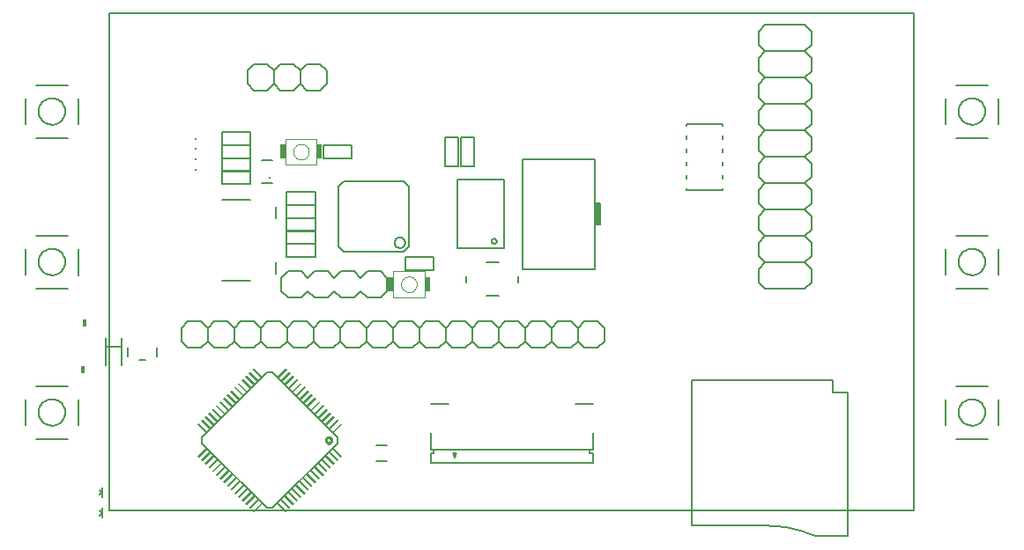
<source format=gto>
G75*
%MOIN*%
%OFA0B0*%
%FSLAX24Y24*%
%IPPOS*%
%LPD*%
%AMOC8*
5,1,8,0,0,1.08239X$1,22.5*
%
%ADD10C,0.0080*%
%ADD11R,0.0180X0.0300*%
%ADD12C,0.0050*%
%ADD13C,0.0100*%
%ADD14R,0.0472X0.0079*%
%ADD15R,0.0079X0.0472*%
%ADD16C,0.0060*%
%ADD17C,0.0039*%
%ADD18R,0.0197X0.0551*%
%ADD19R,0.0098X0.0098*%
%ADD20C,0.0118*%
D10*
X004515Y004569D02*
X004637Y004661D01*
X004637Y004842D01*
X004515Y004747D02*
X004631Y004671D01*
X004637Y004661D02*
X004637Y004480D01*
X004637Y005267D02*
X004637Y005448D01*
X004515Y005356D01*
X004637Y005448D02*
X004637Y005629D01*
X004515Y005534D02*
X004631Y005458D01*
X003331Y007469D02*
X002119Y007469D01*
X001725Y007981D02*
X001725Y008969D01*
X002119Y009469D02*
X003331Y009469D01*
X003725Y008957D02*
X003725Y007981D01*
X002225Y008469D02*
X002227Y008513D01*
X002233Y008557D01*
X002243Y008600D01*
X002256Y008642D01*
X002273Y008683D01*
X002294Y008722D01*
X002318Y008759D01*
X002345Y008794D01*
X002375Y008826D01*
X002408Y008856D01*
X002444Y008882D01*
X002481Y008906D01*
X002521Y008925D01*
X002562Y008942D01*
X002605Y008954D01*
X002648Y008963D01*
X002692Y008968D01*
X002736Y008969D01*
X002780Y008966D01*
X002824Y008959D01*
X002867Y008948D01*
X002909Y008934D01*
X002949Y008916D01*
X002988Y008894D01*
X003024Y008870D01*
X003058Y008842D01*
X003090Y008811D01*
X003119Y008777D01*
X003145Y008741D01*
X003167Y008703D01*
X003186Y008663D01*
X003201Y008621D01*
X003213Y008579D01*
X003221Y008535D01*
X003225Y008491D01*
X003225Y008447D01*
X003221Y008403D01*
X003213Y008359D01*
X003201Y008317D01*
X003186Y008275D01*
X003167Y008235D01*
X003145Y008197D01*
X003119Y008161D01*
X003090Y008127D01*
X003058Y008096D01*
X003024Y008068D01*
X002988Y008044D01*
X002949Y008022D01*
X002909Y008004D01*
X002867Y007990D01*
X002824Y007979D01*
X002780Y007972D01*
X002736Y007969D01*
X002692Y007970D01*
X002648Y007975D01*
X002605Y007984D01*
X002562Y007996D01*
X002521Y008013D01*
X002481Y008032D01*
X002444Y008056D01*
X002408Y008082D01*
X002375Y008112D01*
X002345Y008144D01*
X002318Y008179D01*
X002294Y008216D01*
X002273Y008255D01*
X002256Y008296D01*
X002243Y008338D01*
X002233Y008381D01*
X002227Y008425D01*
X002225Y008469D01*
X004757Y010251D02*
X004757Y010960D01*
X005367Y010960D01*
X005367Y010251D01*
X005585Y010594D02*
X005585Y010932D01*
X005367Y010960D02*
X005367Y011275D01*
X004757Y011275D02*
X004757Y010960D01*
X006039Y010444D02*
X006250Y010444D01*
X006705Y010594D02*
X006705Y010932D01*
X007625Y011169D02*
X007875Y010919D01*
X008375Y010919D01*
X008625Y011169D01*
X008625Y011669D01*
X008375Y011919D01*
X007875Y011919D01*
X007625Y011669D01*
X007625Y011169D01*
X008625Y011169D02*
X008625Y011669D01*
X008875Y011919D01*
X009375Y011919D01*
X009625Y011669D01*
X009625Y011169D01*
X009375Y010919D01*
X008875Y010919D01*
X008625Y011169D01*
X009625Y011169D02*
X009875Y010919D01*
X010375Y010919D01*
X010625Y011169D01*
X010625Y011669D01*
X010375Y011919D01*
X009875Y011919D01*
X009625Y011669D01*
X009625Y011169D01*
X010625Y011169D02*
X010875Y010919D01*
X011375Y010919D01*
X011625Y011169D01*
X011875Y010919D01*
X012375Y010919D01*
X012625Y011169D01*
X012625Y011669D01*
X012375Y011919D01*
X011875Y011919D01*
X011625Y011669D01*
X011625Y011169D01*
X011625Y011669D01*
X011375Y011919D01*
X010875Y011919D01*
X010625Y011669D01*
X010625Y011169D01*
X010856Y009978D02*
X011079Y009978D01*
X013529Y007528D01*
X013529Y007305D01*
X011079Y004856D01*
X010856Y004856D01*
X008406Y007305D01*
X008406Y007528D01*
X010856Y009978D01*
X012625Y011169D02*
X012875Y010919D01*
X013375Y010919D01*
X013625Y011169D01*
X013875Y010919D01*
X014375Y010919D01*
X014625Y011169D01*
X014875Y010919D01*
X015375Y010919D01*
X015625Y011169D01*
X015875Y010919D01*
X016375Y010919D01*
X016625Y011169D01*
X016875Y010919D01*
X017375Y010919D01*
X017625Y011169D01*
X017625Y011669D01*
X017375Y011919D01*
X016875Y011919D01*
X016625Y011669D01*
X016625Y011169D01*
X016625Y011669D01*
X016375Y011919D01*
X015875Y011919D01*
X015625Y011669D01*
X015625Y011169D01*
X015625Y011669D01*
X015375Y011919D01*
X014875Y011919D01*
X014625Y011669D01*
X014625Y011169D01*
X014625Y011669D01*
X014375Y011919D01*
X013875Y011919D01*
X013625Y011669D01*
X013625Y011169D01*
X013625Y011669D01*
X013375Y011919D01*
X012875Y011919D01*
X012625Y011669D01*
X012625Y011169D01*
X012655Y012822D02*
X012405Y013072D01*
X012155Y012822D01*
X011655Y012822D01*
X011405Y013072D01*
X011405Y013572D01*
X011655Y013822D01*
X012155Y013822D01*
X012405Y013572D01*
X012655Y013822D01*
X013155Y013822D01*
X013405Y013572D01*
X013655Y013822D01*
X014155Y013822D01*
X014405Y013572D01*
X014655Y013822D01*
X015155Y013822D01*
X015405Y013572D01*
X015405Y013072D01*
X015155Y012822D01*
X014655Y012822D01*
X014405Y013072D01*
X014155Y012822D01*
X013655Y012822D01*
X013405Y013072D01*
X013155Y012822D01*
X012655Y012822D01*
X011204Y013736D02*
X011204Y014169D01*
X010219Y013460D02*
X009156Y013460D01*
X011204Y015822D02*
X011204Y016255D01*
X010219Y016531D02*
X009156Y016531D01*
X010672Y017171D02*
X011066Y017171D01*
X011066Y018037D02*
X010672Y018037D01*
X010875Y020669D02*
X010375Y020669D01*
X010125Y020919D01*
X010125Y021419D01*
X010375Y021669D01*
X010875Y021669D01*
X011125Y021419D01*
X011125Y020919D01*
X011375Y020669D01*
X011875Y020669D01*
X012125Y020919D01*
X012125Y021419D01*
X011875Y021669D01*
X011375Y021669D01*
X011125Y021419D01*
X011125Y020919D01*
X010875Y020669D01*
X012125Y020919D02*
X012125Y021419D01*
X012375Y021669D01*
X012875Y021669D01*
X013125Y021419D01*
X013125Y020919D01*
X012875Y020669D01*
X012375Y020669D01*
X012125Y020919D01*
X018054Y017279D02*
X019826Y017279D01*
X019826Y014681D01*
X018054Y014681D01*
X018054Y017279D01*
X020515Y018055D02*
X023271Y018055D01*
X023271Y016374D01*
X023468Y016374D01*
X023468Y015586D01*
X023271Y015586D01*
X023271Y013905D01*
X020515Y013905D01*
X020515Y018055D01*
X023271Y016374D02*
X023271Y015586D01*
X020367Y013637D02*
X020367Y013401D01*
X019619Y012889D02*
X019147Y012889D01*
X018399Y013401D02*
X018399Y013637D01*
X019147Y014149D02*
X019619Y014149D01*
X019354Y014956D02*
X019356Y014975D01*
X019361Y014994D01*
X019371Y015010D01*
X019383Y015025D01*
X019398Y015037D01*
X019414Y015047D01*
X019433Y015052D01*
X019452Y015054D01*
X019471Y015052D01*
X019490Y015047D01*
X019506Y015037D01*
X019521Y015025D01*
X019533Y015010D01*
X019543Y014994D01*
X019548Y014975D01*
X019550Y014956D01*
X019548Y014937D01*
X019543Y014918D01*
X019533Y014902D01*
X019521Y014887D01*
X019506Y014875D01*
X019490Y014865D01*
X019471Y014860D01*
X019452Y014858D01*
X019433Y014860D01*
X019414Y014865D01*
X019398Y014875D01*
X019383Y014887D01*
X019371Y014902D01*
X019361Y014918D01*
X019356Y014937D01*
X019354Y014956D01*
X019375Y011919D02*
X018875Y011919D01*
X018625Y011669D01*
X018625Y011169D01*
X018875Y010919D01*
X019375Y010919D01*
X019625Y011169D01*
X019875Y010919D01*
X020375Y010919D01*
X020625Y011169D01*
X020625Y011669D01*
X020375Y011919D01*
X019875Y011919D01*
X019625Y011669D01*
X019625Y011169D01*
X019625Y011669D01*
X019375Y011919D01*
X018625Y011669D02*
X018625Y011169D01*
X018375Y010919D01*
X017875Y010919D01*
X017625Y011169D01*
X017625Y011669D01*
X017875Y011919D01*
X018375Y011919D01*
X018625Y011669D01*
X020625Y011669D02*
X020625Y011169D01*
X020875Y010919D01*
X021375Y010919D01*
X021625Y011169D01*
X021875Y010919D01*
X022375Y010919D01*
X022625Y011169D01*
X022625Y011669D01*
X022375Y011919D01*
X021875Y011919D01*
X021625Y011669D01*
X021625Y011169D01*
X021625Y011669D01*
X021375Y011919D01*
X020875Y011919D01*
X020625Y011669D01*
X022625Y011669D02*
X022625Y011169D01*
X022875Y010919D01*
X023375Y010919D01*
X023625Y011169D01*
X023625Y011669D01*
X023375Y011919D01*
X022875Y011919D01*
X022625Y011669D01*
X022527Y008778D02*
X023196Y008778D01*
X023196Y007703D02*
X023196Y007046D01*
X023078Y007046D01*
X017172Y007046D01*
X017172Y006928D01*
X017054Y006928D01*
X017054Y006573D01*
X023196Y006573D01*
X023196Y006928D01*
X023078Y006928D01*
X023078Y007046D01*
X018038Y006928D02*
X017881Y006928D01*
X017960Y006770D01*
X018038Y006928D01*
X018033Y006916D02*
X017887Y006916D01*
X017926Y006838D02*
X017993Y006838D01*
X017172Y007046D02*
X017054Y007046D01*
X017054Y007703D01*
X017054Y008778D02*
X017723Y008778D01*
X015397Y007220D02*
X015003Y007220D01*
X015003Y006629D02*
X015397Y006629D01*
X003725Y013669D02*
X003725Y014657D01*
X003331Y015169D02*
X002119Y015169D01*
X001725Y014657D02*
X001725Y013681D01*
X002119Y013169D02*
X003331Y013169D01*
X002225Y014169D02*
X002227Y014213D01*
X002233Y014257D01*
X002243Y014300D01*
X002256Y014342D01*
X002273Y014383D01*
X002294Y014422D01*
X002318Y014459D01*
X002345Y014494D01*
X002375Y014526D01*
X002408Y014556D01*
X002444Y014582D01*
X002481Y014606D01*
X002521Y014625D01*
X002562Y014642D01*
X002605Y014654D01*
X002648Y014663D01*
X002692Y014668D01*
X002736Y014669D01*
X002780Y014666D01*
X002824Y014659D01*
X002867Y014648D01*
X002909Y014634D01*
X002949Y014616D01*
X002988Y014594D01*
X003024Y014570D01*
X003058Y014542D01*
X003090Y014511D01*
X003119Y014477D01*
X003145Y014441D01*
X003167Y014403D01*
X003186Y014363D01*
X003201Y014321D01*
X003213Y014279D01*
X003221Y014235D01*
X003225Y014191D01*
X003225Y014147D01*
X003221Y014103D01*
X003213Y014059D01*
X003201Y014017D01*
X003186Y013975D01*
X003167Y013935D01*
X003145Y013897D01*
X003119Y013861D01*
X003090Y013827D01*
X003058Y013796D01*
X003024Y013768D01*
X002988Y013744D01*
X002949Y013722D01*
X002909Y013704D01*
X002867Y013690D01*
X002824Y013679D01*
X002780Y013672D01*
X002736Y013669D01*
X002692Y013670D01*
X002648Y013675D01*
X002605Y013684D01*
X002562Y013696D01*
X002521Y013713D01*
X002481Y013732D01*
X002444Y013756D01*
X002408Y013782D01*
X002375Y013812D01*
X002345Y013844D01*
X002318Y013879D01*
X002294Y013916D01*
X002273Y013955D01*
X002256Y013996D01*
X002243Y014038D01*
X002233Y014081D01*
X002227Y014125D01*
X002225Y014169D01*
X002119Y018869D02*
X003331Y018869D01*
X003725Y019381D02*
X003725Y020357D01*
X003331Y020869D02*
X002119Y020869D01*
X001725Y020369D02*
X001725Y019381D01*
X002225Y019869D02*
X002227Y019913D01*
X002233Y019957D01*
X002243Y020000D01*
X002256Y020042D01*
X002273Y020083D01*
X002294Y020122D01*
X002318Y020159D01*
X002345Y020194D01*
X002375Y020226D01*
X002408Y020256D01*
X002444Y020282D01*
X002481Y020306D01*
X002521Y020325D01*
X002562Y020342D01*
X002605Y020354D01*
X002648Y020363D01*
X002692Y020368D01*
X002736Y020369D01*
X002780Y020366D01*
X002824Y020359D01*
X002867Y020348D01*
X002909Y020334D01*
X002949Y020316D01*
X002988Y020294D01*
X003024Y020270D01*
X003058Y020242D01*
X003090Y020211D01*
X003119Y020177D01*
X003145Y020141D01*
X003167Y020103D01*
X003186Y020063D01*
X003201Y020021D01*
X003213Y019979D01*
X003221Y019935D01*
X003225Y019891D01*
X003225Y019847D01*
X003221Y019803D01*
X003213Y019759D01*
X003201Y019717D01*
X003186Y019675D01*
X003167Y019635D01*
X003145Y019597D01*
X003119Y019561D01*
X003090Y019527D01*
X003058Y019496D01*
X003024Y019468D01*
X002988Y019444D01*
X002949Y019422D01*
X002909Y019404D01*
X002867Y019390D01*
X002824Y019379D01*
X002780Y019372D01*
X002736Y019369D01*
X002692Y019370D01*
X002648Y019375D01*
X002605Y019384D01*
X002562Y019396D01*
X002521Y019413D01*
X002481Y019432D01*
X002444Y019456D01*
X002408Y019482D01*
X002375Y019512D01*
X002345Y019544D01*
X002318Y019579D01*
X002294Y019616D01*
X002273Y019655D01*
X002256Y019696D01*
X002243Y019738D01*
X002233Y019781D01*
X002227Y019825D01*
X002225Y019869D01*
X026730Y019395D02*
X026730Y019335D01*
X026730Y019395D02*
X028080Y019395D01*
X028080Y019335D01*
X028080Y018955D02*
X028080Y018835D01*
X028080Y018455D02*
X028080Y018335D01*
X028080Y017955D02*
X028080Y017835D01*
X028080Y017455D02*
X028080Y017335D01*
X028080Y016955D02*
X028080Y016895D01*
X026730Y016895D01*
X026730Y016955D01*
X026730Y017335D02*
X026730Y017455D01*
X026730Y017835D02*
X026730Y017955D01*
X026730Y018335D02*
X026730Y018455D01*
X026730Y018835D02*
X026730Y018955D01*
X036525Y019381D02*
X036525Y020369D01*
X036919Y020869D02*
X038131Y020869D01*
X038525Y020357D02*
X038525Y019381D01*
X038131Y018869D02*
X036919Y018869D01*
X037025Y019869D02*
X037027Y019913D01*
X037033Y019957D01*
X037043Y020000D01*
X037056Y020042D01*
X037073Y020083D01*
X037094Y020122D01*
X037118Y020159D01*
X037145Y020194D01*
X037175Y020226D01*
X037208Y020256D01*
X037244Y020282D01*
X037281Y020306D01*
X037321Y020325D01*
X037362Y020342D01*
X037405Y020354D01*
X037448Y020363D01*
X037492Y020368D01*
X037536Y020369D01*
X037580Y020366D01*
X037624Y020359D01*
X037667Y020348D01*
X037709Y020334D01*
X037749Y020316D01*
X037788Y020294D01*
X037824Y020270D01*
X037858Y020242D01*
X037890Y020211D01*
X037919Y020177D01*
X037945Y020141D01*
X037967Y020103D01*
X037986Y020063D01*
X038001Y020021D01*
X038013Y019979D01*
X038021Y019935D01*
X038025Y019891D01*
X038025Y019847D01*
X038021Y019803D01*
X038013Y019759D01*
X038001Y019717D01*
X037986Y019675D01*
X037967Y019635D01*
X037945Y019597D01*
X037919Y019561D01*
X037890Y019527D01*
X037858Y019496D01*
X037824Y019468D01*
X037788Y019444D01*
X037749Y019422D01*
X037709Y019404D01*
X037667Y019390D01*
X037624Y019379D01*
X037580Y019372D01*
X037536Y019369D01*
X037492Y019370D01*
X037448Y019375D01*
X037405Y019384D01*
X037362Y019396D01*
X037321Y019413D01*
X037281Y019432D01*
X037244Y019456D01*
X037208Y019482D01*
X037175Y019512D01*
X037145Y019544D01*
X037118Y019579D01*
X037094Y019616D01*
X037073Y019655D01*
X037056Y019696D01*
X037043Y019738D01*
X037033Y019781D01*
X037027Y019825D01*
X037025Y019869D01*
X036919Y015169D02*
X038131Y015169D01*
X038525Y014657D02*
X038525Y013681D01*
X038131Y013169D02*
X036919Y013169D01*
X036525Y013681D02*
X036525Y014669D01*
X037025Y014169D02*
X037027Y014213D01*
X037033Y014257D01*
X037043Y014300D01*
X037056Y014342D01*
X037073Y014383D01*
X037094Y014422D01*
X037118Y014459D01*
X037145Y014494D01*
X037175Y014526D01*
X037208Y014556D01*
X037244Y014582D01*
X037281Y014606D01*
X037321Y014625D01*
X037362Y014642D01*
X037405Y014654D01*
X037448Y014663D01*
X037492Y014668D01*
X037536Y014669D01*
X037580Y014666D01*
X037624Y014659D01*
X037667Y014648D01*
X037709Y014634D01*
X037749Y014616D01*
X037788Y014594D01*
X037824Y014570D01*
X037858Y014542D01*
X037890Y014511D01*
X037919Y014477D01*
X037945Y014441D01*
X037967Y014403D01*
X037986Y014363D01*
X038001Y014321D01*
X038013Y014279D01*
X038021Y014235D01*
X038025Y014191D01*
X038025Y014147D01*
X038021Y014103D01*
X038013Y014059D01*
X038001Y014017D01*
X037986Y013975D01*
X037967Y013935D01*
X037945Y013897D01*
X037919Y013861D01*
X037890Y013827D01*
X037858Y013796D01*
X037824Y013768D01*
X037788Y013744D01*
X037749Y013722D01*
X037709Y013704D01*
X037667Y013690D01*
X037624Y013679D01*
X037580Y013672D01*
X037536Y013669D01*
X037492Y013670D01*
X037448Y013675D01*
X037405Y013684D01*
X037362Y013696D01*
X037321Y013713D01*
X037281Y013732D01*
X037244Y013756D01*
X037208Y013782D01*
X037175Y013812D01*
X037145Y013844D01*
X037118Y013879D01*
X037094Y013916D01*
X037073Y013955D01*
X037056Y013996D01*
X037043Y014038D01*
X037033Y014081D01*
X037027Y014125D01*
X037025Y014169D01*
X036919Y009469D02*
X038131Y009469D01*
X038525Y008957D02*
X038525Y007981D01*
X038131Y007469D02*
X036919Y007469D01*
X036525Y007981D02*
X036525Y008969D01*
X037025Y008469D02*
X037027Y008513D01*
X037033Y008557D01*
X037043Y008600D01*
X037056Y008642D01*
X037073Y008683D01*
X037094Y008722D01*
X037118Y008759D01*
X037145Y008794D01*
X037175Y008826D01*
X037208Y008856D01*
X037244Y008882D01*
X037281Y008906D01*
X037321Y008925D01*
X037362Y008942D01*
X037405Y008954D01*
X037448Y008963D01*
X037492Y008968D01*
X037536Y008969D01*
X037580Y008966D01*
X037624Y008959D01*
X037667Y008948D01*
X037709Y008934D01*
X037749Y008916D01*
X037788Y008894D01*
X037824Y008870D01*
X037858Y008842D01*
X037890Y008811D01*
X037919Y008777D01*
X037945Y008741D01*
X037967Y008703D01*
X037986Y008663D01*
X038001Y008621D01*
X038013Y008579D01*
X038021Y008535D01*
X038025Y008491D01*
X038025Y008447D01*
X038021Y008403D01*
X038013Y008359D01*
X038001Y008317D01*
X037986Y008275D01*
X037967Y008235D01*
X037945Y008197D01*
X037919Y008161D01*
X037890Y008127D01*
X037858Y008096D01*
X037824Y008068D01*
X037788Y008044D01*
X037749Y008022D01*
X037709Y008004D01*
X037667Y007990D01*
X037624Y007979D01*
X037580Y007972D01*
X037536Y007969D01*
X037492Y007970D01*
X037448Y007975D01*
X037405Y007984D01*
X037362Y007996D01*
X037321Y008013D01*
X037281Y008032D01*
X037244Y008056D01*
X037208Y008082D01*
X037175Y008112D01*
X037145Y008144D01*
X037118Y008179D01*
X037094Y008216D01*
X037073Y008255D01*
X037056Y008296D01*
X037043Y008338D01*
X037033Y008381D01*
X037027Y008425D01*
X037025Y008469D01*
D11*
X003979Y011846D03*
X003881Y010074D03*
D12*
X004908Y004759D02*
X004908Y023578D01*
X035342Y023578D01*
X035342Y004759D01*
X004908Y004759D01*
X016088Y013860D02*
X016088Y014360D01*
X017166Y014360D01*
X017166Y013860D01*
X016088Y013860D01*
X012688Y014352D02*
X011609Y014352D01*
X011609Y014852D01*
X012688Y014852D01*
X012688Y014352D01*
X012688Y014844D02*
X011609Y014844D01*
X011609Y015344D01*
X012688Y015344D01*
X012688Y014844D01*
X012688Y015336D02*
X011609Y015336D01*
X011609Y015836D01*
X012688Y015836D01*
X012688Y015336D01*
X012688Y015828D02*
X011609Y015828D01*
X011609Y016328D01*
X012688Y016328D01*
X012688Y015828D01*
X012688Y016320D02*
X011609Y016320D01*
X011609Y016820D01*
X012688Y016820D01*
X012688Y016320D01*
X010227Y017108D02*
X009149Y017108D01*
X009149Y017608D01*
X010227Y017608D01*
X010227Y017108D01*
X010227Y017600D02*
X009149Y017600D01*
X009149Y018100D01*
X010227Y018100D01*
X010227Y017600D01*
X010227Y018092D02*
X009149Y018092D01*
X009149Y018592D01*
X010227Y018592D01*
X010227Y018092D01*
X010227Y018584D02*
X009149Y018584D01*
X009149Y019084D01*
X010227Y019084D01*
X010227Y018584D01*
X012987Y018592D02*
X012987Y018092D01*
X014066Y018092D01*
X014066Y018592D01*
X012987Y018592D01*
X017607Y018881D02*
X017607Y017803D01*
X018107Y017803D01*
X018107Y018881D01*
X017607Y018881D01*
X018198Y018881D02*
X018198Y017803D01*
X018698Y017803D01*
X018698Y018881D01*
X018198Y018881D01*
X023293Y016380D02*
X023293Y015580D01*
X023443Y015580D01*
X023443Y016380D01*
X023293Y016380D01*
X023293Y016342D02*
X023443Y016342D01*
X023443Y016294D02*
X023293Y016294D01*
X023293Y016245D02*
X023443Y016245D01*
X023443Y016197D02*
X023293Y016197D01*
X023293Y016148D02*
X023443Y016148D01*
X023443Y016100D02*
X023293Y016100D01*
X023293Y016051D02*
X023443Y016051D01*
X023443Y016003D02*
X023293Y016003D01*
X023293Y015954D02*
X023443Y015954D01*
X023443Y015906D02*
X023293Y015906D01*
X023293Y015857D02*
X023443Y015857D01*
X023443Y015809D02*
X023293Y015809D01*
X023293Y015760D02*
X023443Y015760D01*
X023443Y015712D02*
X023293Y015712D01*
X023293Y015663D02*
X023443Y015663D01*
X023443Y015615D02*
X023293Y015615D01*
X026925Y009678D02*
X032275Y009678D01*
X032275Y009228D01*
X032825Y009228D01*
X032825Y003778D01*
X031829Y003778D01*
X031828Y003778D02*
X031771Y003779D01*
X031713Y003784D01*
X031656Y003791D01*
X031600Y003802D01*
X031544Y003815D01*
X031489Y003831D01*
X031434Y003850D01*
X029655Y004178D02*
X026925Y004178D01*
X026925Y009678D01*
X029655Y004178D02*
X029795Y004176D01*
X029935Y004170D01*
X030074Y004160D01*
X030214Y004147D01*
X030353Y004129D01*
X030491Y004108D01*
X030629Y004082D01*
X030766Y004053D01*
X030902Y004020D01*
X031037Y003983D01*
X031171Y003943D01*
X031303Y003898D01*
X031435Y003850D01*
D13*
X013084Y007417D02*
X013086Y007437D01*
X013091Y007457D01*
X013101Y007475D01*
X013113Y007492D01*
X013128Y007506D01*
X013146Y007516D01*
X013165Y007524D01*
X013185Y007528D01*
X013205Y007528D01*
X013225Y007524D01*
X013244Y007516D01*
X013262Y007506D01*
X013277Y007492D01*
X013289Y007475D01*
X013299Y007457D01*
X013304Y007437D01*
X013306Y007417D01*
X013304Y007397D01*
X013299Y007377D01*
X013289Y007359D01*
X013277Y007342D01*
X013262Y007328D01*
X013244Y007318D01*
X013225Y007310D01*
X013205Y007306D01*
X013185Y007306D01*
X013165Y007310D01*
X013146Y007318D01*
X013128Y007328D01*
X013113Y007342D01*
X013101Y007359D01*
X013091Y007377D01*
X013086Y007397D01*
X013084Y007417D01*
D14*
G36*
X013321Y007737D02*
X013654Y008070D01*
X013709Y008015D01*
X013376Y007682D01*
X013321Y007737D01*
G37*
G36*
X013182Y007876D02*
X013515Y008209D01*
X013570Y008154D01*
X013237Y007821D01*
X013182Y007876D01*
G37*
G36*
X013042Y008016D02*
X013375Y008349D01*
X013430Y008294D01*
X013097Y007961D01*
X013042Y008016D01*
G37*
G36*
X012903Y008155D02*
X013236Y008488D01*
X013291Y008433D01*
X012958Y008100D01*
X012903Y008155D01*
G37*
G36*
X012764Y008294D02*
X013097Y008627D01*
X013152Y008572D01*
X012819Y008239D01*
X012764Y008294D01*
G37*
G36*
X012625Y008433D02*
X012958Y008766D01*
X013013Y008711D01*
X012680Y008378D01*
X012625Y008433D01*
G37*
G36*
X012486Y008572D02*
X012819Y008905D01*
X012874Y008850D01*
X012541Y008517D01*
X012486Y008572D01*
G37*
G36*
X012346Y008712D02*
X012679Y009045D01*
X012734Y008990D01*
X012401Y008657D01*
X012346Y008712D01*
G37*
G36*
X012207Y008851D02*
X012540Y009184D01*
X012595Y009129D01*
X012262Y008796D01*
X012207Y008851D01*
G37*
G36*
X012068Y008990D02*
X012401Y009323D01*
X012456Y009268D01*
X012123Y008935D01*
X012068Y008990D01*
G37*
G36*
X011929Y009129D02*
X012262Y009462D01*
X012317Y009407D01*
X011984Y009074D01*
X011929Y009129D01*
G37*
G36*
X011790Y009268D02*
X012123Y009601D01*
X012178Y009546D01*
X011845Y009213D01*
X011790Y009268D01*
G37*
G36*
X011650Y009407D02*
X011983Y009740D01*
X012038Y009685D01*
X011705Y009352D01*
X011650Y009407D01*
G37*
G36*
X011511Y009547D02*
X011844Y009880D01*
X011899Y009825D01*
X011566Y009492D01*
X011511Y009547D01*
G37*
G36*
X011372Y009686D02*
X011705Y010019D01*
X011760Y009964D01*
X011427Y009631D01*
X011372Y009686D01*
G37*
G36*
X011233Y009825D02*
X011566Y010158D01*
X011621Y010103D01*
X011288Y009770D01*
X011233Y009825D01*
G37*
G36*
X008226Y006818D02*
X008559Y007151D01*
X008614Y007096D01*
X008281Y006763D01*
X008226Y006818D01*
G37*
G36*
X008365Y006679D02*
X008698Y007012D01*
X008753Y006957D01*
X008420Y006624D01*
X008365Y006679D01*
G37*
G36*
X008505Y006540D02*
X008838Y006873D01*
X008893Y006818D01*
X008560Y006485D01*
X008505Y006540D01*
G37*
G36*
X008644Y006401D02*
X008977Y006734D01*
X009032Y006679D01*
X008699Y006346D01*
X008644Y006401D01*
G37*
G36*
X008783Y006262D02*
X009116Y006595D01*
X009171Y006540D01*
X008838Y006207D01*
X008783Y006262D01*
G37*
G36*
X008922Y006123D02*
X009255Y006456D01*
X009310Y006401D01*
X008977Y006068D01*
X008922Y006123D01*
G37*
G36*
X009061Y005983D02*
X009394Y006316D01*
X009449Y006261D01*
X009116Y005928D01*
X009061Y005983D01*
G37*
G36*
X009201Y005844D02*
X009534Y006177D01*
X009589Y006122D01*
X009256Y005789D01*
X009201Y005844D01*
G37*
G36*
X009340Y005705D02*
X009673Y006038D01*
X009728Y005983D01*
X009395Y005650D01*
X009340Y005705D01*
G37*
G36*
X009479Y005566D02*
X009812Y005899D01*
X009867Y005844D01*
X009534Y005511D01*
X009479Y005566D01*
G37*
G36*
X009618Y005427D02*
X009951Y005760D01*
X010006Y005705D01*
X009673Y005372D01*
X009618Y005427D01*
G37*
G36*
X009757Y005287D02*
X010090Y005620D01*
X010145Y005565D01*
X009812Y005232D01*
X009757Y005287D01*
G37*
G36*
X009897Y005148D02*
X010230Y005481D01*
X010285Y005426D01*
X009952Y005093D01*
X009897Y005148D01*
G37*
G36*
X010036Y005009D02*
X010369Y005342D01*
X010424Y005287D01*
X010091Y004954D01*
X010036Y005009D01*
G37*
G36*
X010175Y004870D02*
X010508Y005203D01*
X010563Y005148D01*
X010230Y004815D01*
X010175Y004870D01*
G37*
G36*
X010314Y004731D02*
X010647Y005064D01*
X010702Y005009D01*
X010369Y004676D01*
X010314Y004731D01*
G37*
D15*
G36*
X011233Y005009D02*
X011288Y005064D01*
X011621Y004731D01*
X011566Y004676D01*
X011233Y005009D01*
G37*
G36*
X011372Y005148D02*
X011427Y005203D01*
X011760Y004870D01*
X011705Y004815D01*
X011372Y005148D01*
G37*
G36*
X011511Y005287D02*
X011566Y005342D01*
X011899Y005009D01*
X011844Y004954D01*
X011511Y005287D01*
G37*
G36*
X011650Y005426D02*
X011705Y005481D01*
X012038Y005148D01*
X011983Y005093D01*
X011650Y005426D01*
G37*
G36*
X011790Y005565D02*
X011845Y005620D01*
X012178Y005287D01*
X012123Y005232D01*
X011790Y005565D01*
G37*
G36*
X011929Y005705D02*
X011984Y005760D01*
X012317Y005427D01*
X012262Y005372D01*
X011929Y005705D01*
G37*
G36*
X012068Y005844D02*
X012123Y005899D01*
X012456Y005566D01*
X012401Y005511D01*
X012068Y005844D01*
G37*
G36*
X012207Y005983D02*
X012262Y006038D01*
X012595Y005705D01*
X012540Y005650D01*
X012207Y005983D01*
G37*
G36*
X012346Y006122D02*
X012401Y006177D01*
X012734Y005844D01*
X012679Y005789D01*
X012346Y006122D01*
G37*
G36*
X012486Y006261D02*
X012541Y006316D01*
X012874Y005983D01*
X012819Y005928D01*
X012486Y006261D01*
G37*
G36*
X012625Y006401D02*
X012680Y006456D01*
X013013Y006123D01*
X012958Y006068D01*
X012625Y006401D01*
G37*
G36*
X012764Y006540D02*
X012819Y006595D01*
X013152Y006262D01*
X013097Y006207D01*
X012764Y006540D01*
G37*
G36*
X012903Y006679D02*
X012958Y006734D01*
X013291Y006401D01*
X013236Y006346D01*
X012903Y006679D01*
G37*
G36*
X013042Y006818D02*
X013097Y006873D01*
X013430Y006540D01*
X013375Y006485D01*
X013042Y006818D01*
G37*
G36*
X013182Y006957D02*
X013237Y007012D01*
X013570Y006679D01*
X013515Y006624D01*
X013182Y006957D01*
G37*
G36*
X013321Y007096D02*
X013376Y007151D01*
X013709Y006818D01*
X013654Y006763D01*
X013321Y007096D01*
G37*
G36*
X009757Y009546D02*
X009812Y009601D01*
X010145Y009268D01*
X010090Y009213D01*
X009757Y009546D01*
G37*
G36*
X009618Y009407D02*
X009673Y009462D01*
X010006Y009129D01*
X009951Y009074D01*
X009618Y009407D01*
G37*
G36*
X009479Y009268D02*
X009534Y009323D01*
X009867Y008990D01*
X009812Y008935D01*
X009479Y009268D01*
G37*
G36*
X009340Y009129D02*
X009395Y009184D01*
X009728Y008851D01*
X009673Y008796D01*
X009340Y009129D01*
G37*
G36*
X009201Y008990D02*
X009256Y009045D01*
X009589Y008712D01*
X009534Y008657D01*
X009201Y008990D01*
G37*
G36*
X009061Y008850D02*
X009116Y008905D01*
X009449Y008572D01*
X009394Y008517D01*
X009061Y008850D01*
G37*
G36*
X008922Y008711D02*
X008977Y008766D01*
X009310Y008433D01*
X009255Y008378D01*
X008922Y008711D01*
G37*
G36*
X008783Y008572D02*
X008838Y008627D01*
X009171Y008294D01*
X009116Y008239D01*
X008783Y008572D01*
G37*
G36*
X008644Y008433D02*
X008699Y008488D01*
X009032Y008155D01*
X008977Y008100D01*
X008644Y008433D01*
G37*
G36*
X008505Y008294D02*
X008560Y008349D01*
X008893Y008016D01*
X008838Y007961D01*
X008505Y008294D01*
G37*
G36*
X008365Y008154D02*
X008420Y008209D01*
X008753Y007876D01*
X008698Y007821D01*
X008365Y008154D01*
G37*
G36*
X008226Y008015D02*
X008281Y008070D01*
X008614Y007737D01*
X008559Y007682D01*
X008226Y008015D01*
G37*
G36*
X009897Y009685D02*
X009952Y009740D01*
X010285Y009407D01*
X010230Y009352D01*
X009897Y009685D01*
G37*
G36*
X010036Y009825D02*
X010091Y009880D01*
X010424Y009547D01*
X010369Y009492D01*
X010036Y009825D01*
G37*
G36*
X010175Y009964D02*
X010230Y010019D01*
X010563Y009686D01*
X010508Y009631D01*
X010175Y009964D01*
G37*
G36*
X010314Y010103D02*
X010369Y010158D01*
X010702Y009825D01*
X010647Y009770D01*
X010314Y010103D01*
G37*
D16*
X013773Y014553D02*
X013577Y014750D01*
X013577Y017012D01*
X013773Y017209D01*
X016036Y017209D01*
X016232Y017012D01*
X016232Y014750D01*
X016036Y014553D01*
X013773Y014553D01*
X015692Y014897D02*
X015694Y014924D01*
X015700Y014951D01*
X015709Y014977D01*
X015722Y015001D01*
X015738Y015024D01*
X015757Y015043D01*
X015779Y015060D01*
X015803Y015074D01*
X015828Y015084D01*
X015855Y015091D01*
X015882Y015094D01*
X015910Y015093D01*
X015937Y015088D01*
X015963Y015080D01*
X015987Y015068D01*
X016010Y015052D01*
X016031Y015034D01*
X016048Y015013D01*
X016063Y014989D01*
X016074Y014964D01*
X016082Y014938D01*
X016086Y014911D01*
X016086Y014883D01*
X016082Y014856D01*
X016074Y014830D01*
X016063Y014805D01*
X016048Y014781D01*
X016031Y014760D01*
X016010Y014742D01*
X015988Y014726D01*
X015963Y014714D01*
X015937Y014706D01*
X015910Y014701D01*
X015882Y014700D01*
X015855Y014703D01*
X015828Y014710D01*
X015803Y014720D01*
X015779Y014734D01*
X015757Y014751D01*
X015738Y014770D01*
X015722Y014793D01*
X015709Y014817D01*
X015700Y014843D01*
X015694Y014870D01*
X015692Y014897D01*
X029456Y014895D02*
X029456Y014395D01*
X029706Y014145D01*
X029456Y013895D01*
X029456Y013395D01*
X029706Y013145D01*
X031206Y013145D01*
X031456Y013395D01*
X031456Y013895D01*
X031206Y014145D01*
X029706Y014145D01*
X029456Y014895D02*
X029706Y015145D01*
X031206Y015145D01*
X031456Y014895D01*
X031456Y014395D01*
X031206Y014145D01*
X031206Y015145D02*
X031456Y015395D01*
X031456Y015895D01*
X031206Y016145D01*
X029706Y016145D01*
X029456Y016395D01*
X029456Y016895D01*
X029706Y017145D01*
X031206Y017145D01*
X031456Y016895D01*
X031456Y016395D01*
X031206Y016145D01*
X031206Y017145D02*
X031456Y017395D01*
X031456Y017895D01*
X031206Y018145D01*
X029706Y018145D01*
X029456Y017895D01*
X029456Y017395D01*
X029706Y017145D01*
X029706Y016145D02*
X029456Y015895D01*
X029456Y015395D01*
X029706Y015145D01*
X029706Y018145D02*
X029456Y018395D01*
X029456Y018895D01*
X029706Y019145D01*
X031206Y019145D01*
X031456Y018895D01*
X031456Y018395D01*
X031206Y018145D01*
X031206Y019145D02*
X031456Y019395D01*
X031456Y019895D01*
X031206Y020145D01*
X029706Y020145D01*
X029456Y019895D01*
X029456Y019395D01*
X029706Y019145D01*
X029706Y020145D02*
X029456Y020395D01*
X029456Y020895D01*
X029706Y021145D01*
X031206Y021145D01*
X031456Y020895D01*
X031456Y020395D01*
X031206Y020145D01*
X031206Y021145D02*
X031456Y021395D01*
X031456Y021895D01*
X031206Y022145D01*
X029706Y022145D01*
X029456Y021895D01*
X029456Y021395D01*
X029706Y021145D01*
X029706Y022145D02*
X029456Y022395D01*
X029456Y022895D01*
X029706Y023145D01*
X031206Y023145D01*
X031456Y022895D01*
X031456Y022395D01*
X031206Y022145D01*
D17*
X016824Y013814D02*
X016824Y012830D01*
X015643Y012830D01*
X015643Y013814D01*
X016824Y013814D01*
X015938Y013322D02*
X015940Y013356D01*
X015946Y013390D01*
X015956Y013423D01*
X015969Y013454D01*
X015987Y013484D01*
X016007Y013512D01*
X016031Y013537D01*
X016057Y013559D01*
X016085Y013577D01*
X016116Y013593D01*
X016148Y013605D01*
X016182Y013613D01*
X016216Y013617D01*
X016250Y013617D01*
X016284Y013613D01*
X016318Y013605D01*
X016350Y013593D01*
X016380Y013577D01*
X016409Y013559D01*
X016435Y013537D01*
X016459Y013512D01*
X016479Y013484D01*
X016497Y013454D01*
X016510Y013423D01*
X016520Y013390D01*
X016526Y013356D01*
X016528Y013322D01*
X016526Y013288D01*
X016520Y013254D01*
X016510Y013221D01*
X016497Y013190D01*
X016479Y013160D01*
X016459Y013132D01*
X016435Y013107D01*
X016409Y013085D01*
X016381Y013067D01*
X016350Y013051D01*
X016318Y013039D01*
X016284Y013031D01*
X016250Y013027D01*
X016216Y013027D01*
X016182Y013031D01*
X016148Y013039D01*
X016116Y013051D01*
X016085Y013067D01*
X016057Y013085D01*
X016031Y013107D01*
X016007Y013132D01*
X015987Y013160D01*
X015969Y013190D01*
X015956Y013221D01*
X015946Y013254D01*
X015940Y013288D01*
X015938Y013322D01*
X012739Y017850D02*
X011558Y017850D01*
X011558Y018834D01*
X012739Y018834D01*
X012739Y017850D01*
X011854Y018342D02*
X011856Y018376D01*
X011862Y018410D01*
X011872Y018443D01*
X011885Y018474D01*
X011903Y018504D01*
X011923Y018532D01*
X011947Y018557D01*
X011973Y018579D01*
X012001Y018597D01*
X012032Y018613D01*
X012064Y018625D01*
X012098Y018633D01*
X012132Y018637D01*
X012166Y018637D01*
X012200Y018633D01*
X012234Y018625D01*
X012266Y018613D01*
X012296Y018597D01*
X012325Y018579D01*
X012351Y018557D01*
X012375Y018532D01*
X012395Y018504D01*
X012413Y018474D01*
X012426Y018443D01*
X012436Y018410D01*
X012442Y018376D01*
X012444Y018342D01*
X012442Y018308D01*
X012436Y018274D01*
X012426Y018241D01*
X012413Y018210D01*
X012395Y018180D01*
X012375Y018152D01*
X012351Y018127D01*
X012325Y018105D01*
X012297Y018087D01*
X012266Y018071D01*
X012234Y018059D01*
X012200Y018051D01*
X012166Y018047D01*
X012132Y018047D01*
X012098Y018051D01*
X012064Y018059D01*
X012032Y018071D01*
X012001Y018087D01*
X011973Y018105D01*
X011947Y018127D01*
X011923Y018152D01*
X011903Y018180D01*
X011885Y018210D01*
X011872Y018241D01*
X011862Y018274D01*
X011856Y018308D01*
X011854Y018342D01*
D18*
X011460Y018342D03*
X012838Y018342D03*
X015544Y013322D03*
X016922Y013322D03*
D19*
X008162Y017653D03*
X008162Y018047D03*
X008162Y018440D03*
X008162Y018834D03*
D20*
X010948Y017348D03*
M02*

</source>
